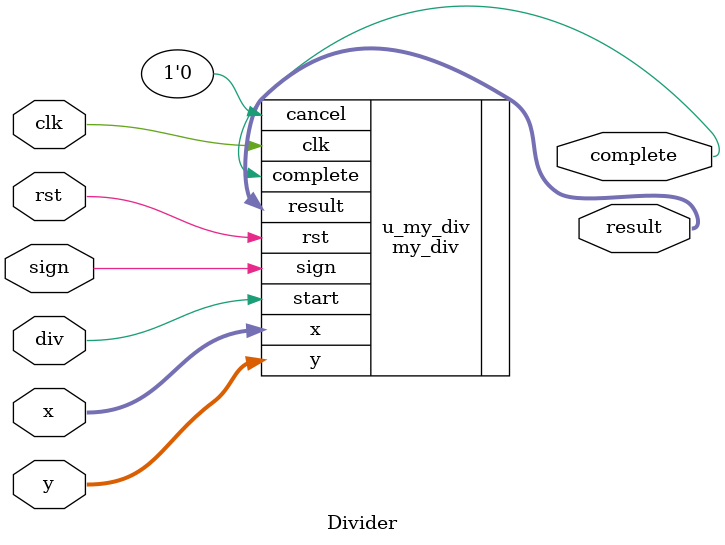
<source format=v>
module Divider(
	input clk,
	input rst,
	input div,
	input sign, 
	input [31:0] x,
	input [31:0] y, 
	output [63:0] result,
	output complete
);

my_div u_my_div(
	.clk(clk),
	.rst(rst),
   
	.sign(sign),
	.x(x),
	.y(y),
	.start(div),
	.cancel(1'b0),
 
	.result(result),
	.complete(complete)
);

endmodule
</source>
